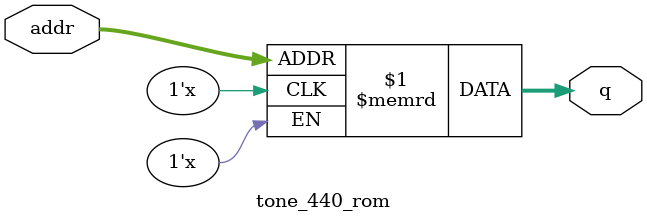
<source format=v>

`include "timescale.v"


module tone_440_rom( addr, q );

  parameter DATA_WIDTH = 32;
  parameter ADDR_WIDTH = 7;
  
  input [(ADDR_WIDTH-1):0] addr;
  output [(DATA_WIDTH-1):0] q;
  
  // Declare the RAM variable
  reg [DATA_WIDTH-1:0] ram[2**ADDR_WIDTH-1:0];
  reg [ADDR_WIDTH-1:0] addr_reg;
  
  
  assign q = ram[addr];


endmodule
</source>
